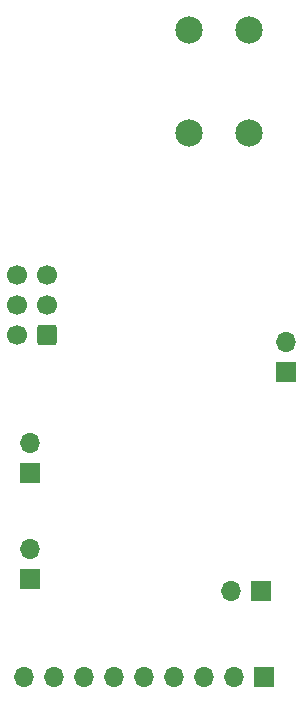
<source format=gbs>
G04 #@! TF.GenerationSoftware,KiCad,Pcbnew,8.0.5*
G04 #@! TF.CreationDate,2024-10-17T16:54:29-05:00*
G04 #@! TF.ProjectId,bidirectional_load_switch,62696469-7265-4637-9469-6f6e616c5f6c,rev?*
G04 #@! TF.SameCoordinates,Original*
G04 #@! TF.FileFunction,Soldermask,Bot*
G04 #@! TF.FilePolarity,Negative*
%FSLAX46Y46*%
G04 Gerber Fmt 4.6, Leading zero omitted, Abs format (unit mm)*
G04 Created by KiCad (PCBNEW 8.0.5) date 2024-10-17 16:54:29*
%MOMM*%
%LPD*%
G01*
G04 APERTURE LIST*
G04 Aperture macros list*
%AMRoundRect*
0 Rectangle with rounded corners*
0 $1 Rounding radius*
0 $2 $3 $4 $5 $6 $7 $8 $9 X,Y pos of 4 corners*
0 Add a 4 corners polygon primitive as box body*
4,1,4,$2,$3,$4,$5,$6,$7,$8,$9,$2,$3,0*
0 Add four circle primitives for the rounded corners*
1,1,$1+$1,$2,$3*
1,1,$1+$1,$4,$5*
1,1,$1+$1,$6,$7*
1,1,$1+$1,$8,$9*
0 Add four rect primitives between the rounded corners*
20,1,$1+$1,$2,$3,$4,$5,0*
20,1,$1+$1,$4,$5,$6,$7,0*
20,1,$1+$1,$6,$7,$8,$9,0*
20,1,$1+$1,$8,$9,$2,$3,0*%
G04 Aperture macros list end*
%ADD10R,1.700000X1.700000*%
%ADD11O,1.700000X1.700000*%
%ADD12RoundRect,0.250000X0.600000X0.600000X-0.600000X0.600000X-0.600000X-0.600000X0.600000X-0.600000X0*%
%ADD13C,1.700000*%
%ADD14C,2.304000*%
G04 APERTURE END LIST*
D10*
X67300000Y-106800000D03*
D11*
X67300000Y-104260000D03*
D10*
X86900000Y-116800000D03*
D11*
X84360000Y-116800000D03*
D12*
X68802500Y-95095000D03*
D13*
X66262500Y-95095000D03*
X68802500Y-92555000D03*
X66262500Y-92555000D03*
X68802500Y-90015000D03*
X66262500Y-90015000D03*
D10*
X67300000Y-115800000D03*
D11*
X67300000Y-113260000D03*
D10*
X89050000Y-98300000D03*
D11*
X89050000Y-95760000D03*
D10*
X87180000Y-124100000D03*
D11*
X84640000Y-124100000D03*
X82100000Y-124100000D03*
X79560000Y-124100000D03*
X77020000Y-124100000D03*
X74480000Y-124100000D03*
X71940000Y-124100000D03*
X69400000Y-124100000D03*
X66860000Y-124100000D03*
D14*
X85840000Y-78037500D03*
X85840000Y-69337500D03*
X80760000Y-78037500D03*
X80760000Y-69337500D03*
M02*

</source>
